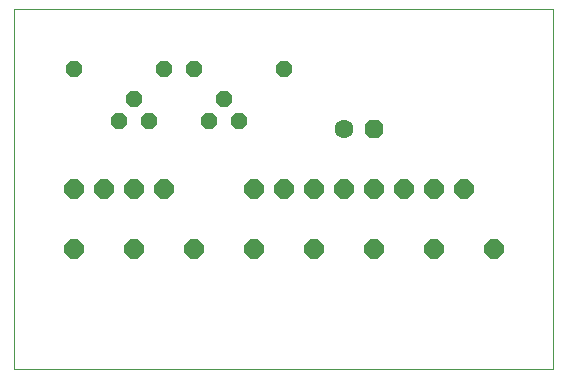
<source format=gbr>
G75*
%MOIN*%
%OFA0B0*%
%FSLAX25Y25*%
%IPPOS*%
%LPD*%
%AMOC8*
5,1,8,0,0,1.08239X$1,22.5*
%
%ADD10C,0.00000*%
%ADD11OC8,0.06300*%
%ADD12C,0.06300*%
%ADD13OC8,0.06362*%
%ADD14OC8,0.05562*%
D10*
X0001000Y0001000D02*
X0001000Y0120951D01*
X0180921Y0120951D01*
X0180921Y0001000D01*
X0001000Y0001000D01*
D11*
X0121000Y0081000D03*
D12*
X0111000Y0081000D03*
D13*
X0111000Y0061000D03*
X0121000Y0061000D03*
X0131000Y0061000D03*
X0141000Y0061000D03*
X0151000Y0061000D03*
X0141000Y0041000D03*
X0121000Y0041000D03*
X0101000Y0041000D03*
X0081000Y0041000D03*
X0061000Y0041000D03*
X0041000Y0041000D03*
X0021000Y0041000D03*
X0021000Y0061000D03*
X0031000Y0061000D03*
X0041000Y0061000D03*
X0051000Y0061000D03*
X0081000Y0061000D03*
X0091000Y0061000D03*
X0101000Y0061000D03*
X0161000Y0041000D03*
D14*
X0076000Y0083500D03*
X0066000Y0083500D03*
X0071000Y0091000D03*
X0061000Y0101000D03*
X0051000Y0101000D03*
X0041000Y0091000D03*
X0036000Y0083500D03*
X0046000Y0083500D03*
X0021000Y0101000D03*
X0091000Y0101000D03*
M02*

</source>
